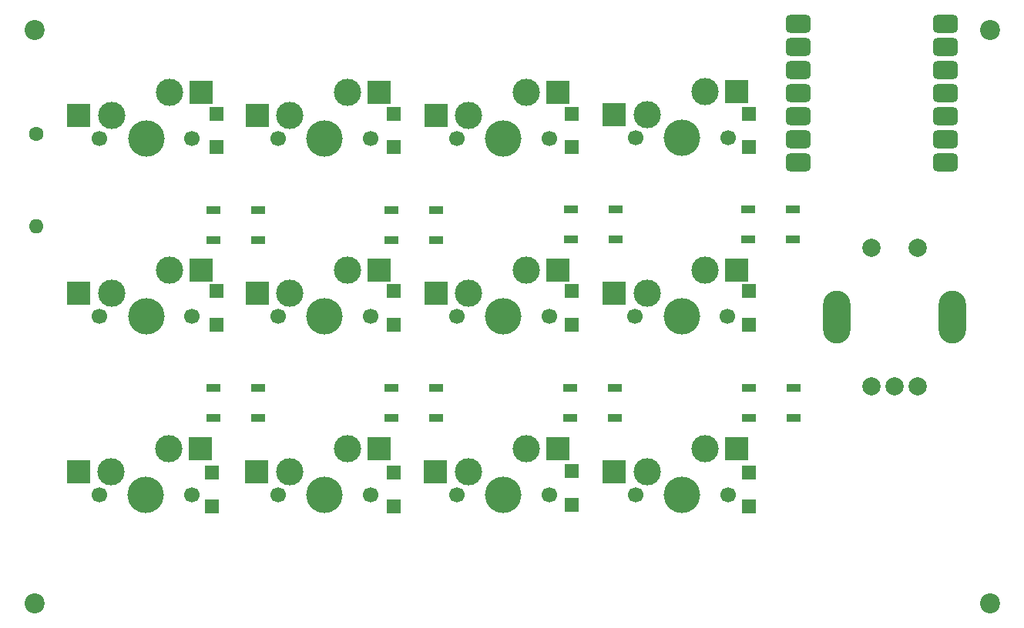
<source format=gbr>
%TF.GenerationSoftware,KiCad,Pcbnew,8.0.5*%
%TF.CreationDate,2024-09-26T23:50:07+10:00*%
%TF.ProjectId,JayPad,4a617950-6164-42e6-9b69-6361645f7063,rev?*%
%TF.SameCoordinates,Original*%
%TF.FileFunction,Soldermask,Bot*%
%TF.FilePolarity,Negative*%
%FSLAX46Y46*%
G04 Gerber Fmt 4.6, Leading zero omitted, Abs format (unit mm)*
G04 Created by KiCad (PCBNEW 8.0.5) date 2024-09-26 23:50:07*
%MOMM*%
%LPD*%
G01*
G04 APERTURE LIST*
G04 Aperture macros list*
%AMRoundRect*
0 Rectangle with rounded corners*
0 $1 Rounding radius*
0 $2 $3 $4 $5 $6 $7 $8 $9 X,Y pos of 4 corners*
0 Add a 4 corners polygon primitive as box body*
4,1,4,$2,$3,$4,$5,$6,$7,$8,$9,$2,$3,0*
0 Add four circle primitives for the rounded corners*
1,1,$1+$1,$2,$3*
1,1,$1+$1,$4,$5*
1,1,$1+$1,$6,$7*
1,1,$1+$1,$8,$9*
0 Add four rect primitives between the rounded corners*
20,1,$1+$1,$2,$3,$4,$5,0*
20,1,$1+$1,$4,$5,$6,$7,0*
20,1,$1+$1,$6,$7,$8,$9,0*
20,1,$1+$1,$8,$9,$2,$3,0*%
G04 Aperture macros list end*
%ADD10C,1.700000*%
%ADD11C,3.000000*%
%ADD12C,4.000000*%
%ADD13R,2.550000X2.500000*%
%ADD14C,1.600000*%
%ADD15O,1.600000X1.600000*%
%ADD16C,2.200000*%
%ADD17C,2.003200*%
%ADD18O,3.003200X5.803200*%
%ADD19RoundRect,0.101600X-0.700000X-0.700000X0.700000X-0.700000X0.700000X0.700000X-0.700000X0.700000X0*%
%ADD20RoundRect,0.500000X0.875000X0.500000X-0.875000X0.500000X-0.875000X-0.500000X0.875000X-0.500000X0*%
%ADD21R,1.500000X0.900000*%
G04 APERTURE END LIST*
D10*
%TO.C,S5*%
X101970000Y-93950000D03*
D11*
X103260000Y-91410000D03*
D12*
X107070000Y-93950000D03*
D11*
X109610000Y-88870000D03*
D10*
X112130000Y-93950000D03*
D13*
X99660000Y-91410000D03*
X113085000Y-88870000D03*
%TD*%
D14*
%TO.C,R1*%
X95000000Y-73920000D03*
D15*
X95000000Y-84080000D03*
%TD*%
D10*
%TO.C,S2*%
X121580000Y-74360000D03*
D11*
X122870000Y-71820000D03*
D12*
X126680000Y-74360000D03*
D11*
X129220000Y-69280000D03*
D10*
X131740000Y-74360000D03*
D13*
X119270000Y-71820000D03*
X132695000Y-69280000D03*
%TD*%
D10*
%TO.C,S9*%
X101950000Y-113570000D03*
D11*
X103240000Y-111030000D03*
D12*
X107050000Y-113570000D03*
D11*
X109590000Y-108490000D03*
D10*
X112110000Y-113570000D03*
D13*
X99640000Y-111030000D03*
X113065000Y-108490000D03*
%TD*%
D10*
%TO.C,S12*%
X160830000Y-113590000D03*
D11*
X162120000Y-111050000D03*
D12*
X165930000Y-113590000D03*
D11*
X168470000Y-108510000D03*
D10*
X170990000Y-113590000D03*
D13*
X158520000Y-111050000D03*
X171945000Y-108510000D03*
%TD*%
D16*
%TO.C,REF\u002A\u002A*%
X199800000Y-62500000D03*
%TD*%
D10*
%TO.C,S1*%
X101970000Y-74390000D03*
D11*
X103260000Y-71850000D03*
D12*
X107070000Y-74390000D03*
D11*
X109610000Y-69310000D03*
D10*
X112130000Y-74390000D03*
D13*
X99660000Y-71850000D03*
X113085000Y-69310000D03*
%TD*%
D10*
%TO.C,S7*%
X141220000Y-93950000D03*
D11*
X142510000Y-91410000D03*
D12*
X146320000Y-93950000D03*
D11*
X148860000Y-88870000D03*
D10*
X151380000Y-93950000D03*
D13*
X138910000Y-91410000D03*
X152335000Y-88870000D03*
%TD*%
D10*
%TO.C,S8*%
X160820000Y-93950000D03*
D11*
X162110000Y-91410000D03*
D12*
X165920000Y-93950000D03*
D11*
X168460000Y-88870000D03*
D10*
X170980000Y-93950000D03*
D13*
X158510000Y-91410000D03*
X171935000Y-88870000D03*
%TD*%
D10*
%TO.C,S3*%
X141220000Y-74360000D03*
D11*
X142510000Y-71820000D03*
D12*
X146320000Y-74360000D03*
D11*
X148860000Y-69280000D03*
D10*
X151380000Y-74360000D03*
D13*
X138910000Y-71820000D03*
X152335000Y-69280000D03*
%TD*%
D16*
%TO.C,REF\u002A\u002A*%
X94800000Y-62500000D03*
%TD*%
D10*
%TO.C,S6*%
X121590000Y-93940000D03*
D11*
X122880000Y-91400000D03*
D12*
X126690000Y-93940000D03*
D11*
X129230000Y-88860000D03*
D10*
X131750000Y-93940000D03*
D13*
X119280000Y-91400000D03*
X132705000Y-88860000D03*
%TD*%
D16*
%TO.C,REF\u002A\u002A*%
X199800000Y-125500000D03*
%TD*%
%TO.C,REF\u002A\u002A*%
X94800000Y-125500000D03*
%TD*%
D10*
%TO.C,S10*%
X121565000Y-113560000D03*
D11*
X122855000Y-111020000D03*
D12*
X126665000Y-113560000D03*
D11*
X129205000Y-108480000D03*
D10*
X131725000Y-113560000D03*
D13*
X119255000Y-111020000D03*
X132680000Y-108480000D03*
%TD*%
D17*
%TO.C,SW1*%
X186760000Y-86380000D03*
X191840000Y-86380000D03*
X186760000Y-101620000D03*
X191840000Y-101620000D03*
X189300000Y-101620000D03*
D18*
X182950000Y-94000000D03*
X195650000Y-94000000D03*
%TD*%
D10*
%TO.C,S11*%
X141190000Y-113580000D03*
D11*
X142480000Y-111040000D03*
D12*
X146290000Y-113580000D03*
D11*
X148830000Y-108500000D03*
D10*
X151350000Y-113580000D03*
D13*
X138880000Y-111040000D03*
X152305000Y-108500000D03*
%TD*%
D10*
%TO.C,S4*%
X160830000Y-74300000D03*
D11*
X162120000Y-71760000D03*
D12*
X165930000Y-74300000D03*
D11*
X168470000Y-69220000D03*
D10*
X170990000Y-74300000D03*
D13*
X158520000Y-71760000D03*
X171945000Y-69220000D03*
%TD*%
D19*
%TO.C,D3*%
X153800000Y-71650000D03*
X153800000Y-75350000D03*
%TD*%
D20*
%TO.C,M1*%
X194882500Y-61785000D03*
X194882500Y-64325000D03*
X194882500Y-66865000D03*
X194882500Y-69405000D03*
X194882500Y-71945000D03*
X194882500Y-74485000D03*
X194882500Y-77025000D03*
X178717500Y-77025000D03*
X178717500Y-74485000D03*
X178717500Y-71945000D03*
X178717500Y-69405000D03*
X178717500Y-66865000D03*
X178717500Y-64325000D03*
X178717500Y-61785000D03*
%TD*%
D19*
%TO.C,D12*%
X173300000Y-111150000D03*
X173300000Y-114850000D03*
%TD*%
D21*
%TO.C,LED6*%
X138950000Y-101850000D03*
X138950000Y-105150000D03*
X134050000Y-105150000D03*
X134050000Y-101850000D03*
%TD*%
D19*
%TO.C,D9*%
X114300000Y-111150000D03*
X114300000Y-114850000D03*
%TD*%
%TO.C,D2*%
X134300000Y-71650000D03*
X134300000Y-75350000D03*
%TD*%
%TO.C,D10*%
X134300000Y-111150000D03*
X134300000Y-114850000D03*
%TD*%
D21*
%TO.C,LED4*%
X178150000Y-82150000D03*
X178150000Y-85450000D03*
X173250000Y-85450000D03*
X173250000Y-82150000D03*
%TD*%
%TO.C,LED5*%
X119350000Y-101850000D03*
X119350000Y-105150000D03*
X114450000Y-105150000D03*
X114450000Y-101850000D03*
%TD*%
D19*
%TO.C,D1*%
X114800000Y-71650000D03*
X114800000Y-75350000D03*
%TD*%
%TO.C,D4*%
X173300000Y-71650000D03*
X173300000Y-75350000D03*
%TD*%
%TO.C,D7*%
X153800000Y-91150000D03*
X153800000Y-94850000D03*
%TD*%
D21*
%TO.C,LED2*%
X138950000Y-82250000D03*
X138950000Y-85550000D03*
X134050000Y-85550000D03*
X134050000Y-82250000D03*
%TD*%
%TO.C,LED7*%
X158550000Y-101850000D03*
X158550000Y-105150000D03*
X153650000Y-105150000D03*
X153650000Y-101850000D03*
%TD*%
D19*
%TO.C,D11*%
X153800000Y-111000000D03*
X153800000Y-114700000D03*
%TD*%
D21*
%TO.C,LED1*%
X119350000Y-82250000D03*
X119350000Y-85550000D03*
X114450000Y-85550000D03*
X114450000Y-82250000D03*
%TD*%
%TO.C,LED8*%
X178250000Y-101850000D03*
X178250000Y-105150000D03*
X173350000Y-105150000D03*
X173350000Y-101850000D03*
%TD*%
%TO.C,LED3*%
X158650000Y-82200000D03*
X158650000Y-85500000D03*
X153750000Y-85500000D03*
X153750000Y-82200000D03*
%TD*%
D19*
%TO.C,D5*%
X114800000Y-91150000D03*
X114800000Y-94850000D03*
%TD*%
%TO.C,D8*%
X173300000Y-91150000D03*
X173300000Y-94850000D03*
%TD*%
%TO.C,D6*%
X134300000Y-91150000D03*
X134300000Y-94850000D03*
%TD*%
M02*

</source>
